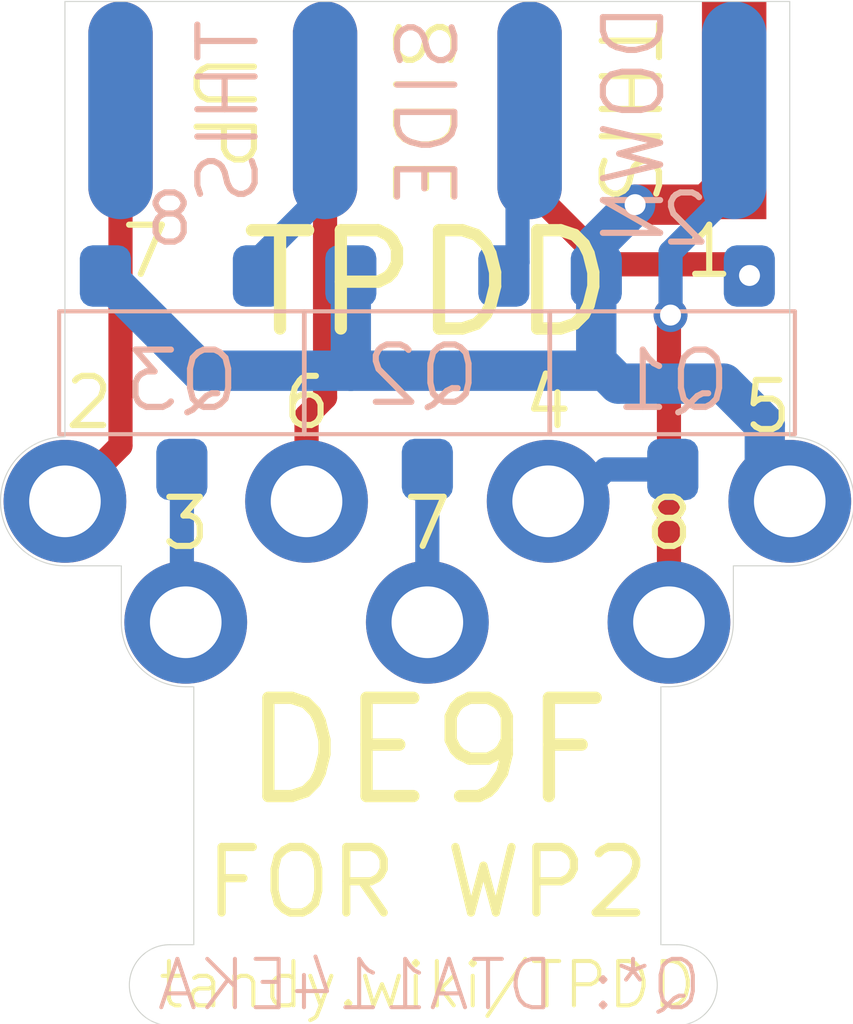
<source format=kicad_pcb>
(kicad_pcb (version 20171130) (host pcbnew 5.1.6-c6e7f7d~87~ubuntu20.04.1)

  (general
    (thickness 1.6)
    (drawings 45)
    (tracks 48)
    (zones 0)
    (modules 5)
    (nets 11)
  )

  (page USLetter)
  (layers
    (0 Top signal)
    (31 Bottom signal)
    (32 B.Adhes user hide)
    (33 F.Adhes user hide)
    (34 B.Paste user hide)
    (35 F.Paste user hide)
    (36 B.SilkS user)
    (37 F.SilkS user)
    (38 B.Mask user)
    (39 F.Mask user)
    (40 Dwgs.User user hide)
    (41 Cmts.User user hide)
    (42 Eco1.User user hide)
    (43 Eco2.User user hide)
    (44 Edge.Cuts user)
    (45 Margin user hide)
    (46 B.CrtYd user hide)
    (47 F.CrtYd user hide)
    (48 B.Fab user hide)
    (49 F.Fab user hide)
  )

  (setup
    (last_trace_width 0.16)
    (user_trace_width 0.2)
    (user_trace_width 0.3)
    (user_trace_width 0.5)
    (trace_clearance 0.16)
    (zone_clearance 0.16)
    (zone_45_only no)
    (trace_min 0.16)
    (via_size 0.42)
    (via_drill 0.26)
    (via_min_size 0.42)
    (via_min_drill 0.26)
    (uvia_size 0.42)
    (uvia_drill 0.26)
    (uvias_allowed no)
    (uvia_min_size 0.42)
    (uvia_min_drill 0.26)
    (edge_width 0.0127)
    (segment_width 0.2032)
    (pcb_text_width 0.1524)
    (pcb_text_size 1.2192 1.2192)
    (mod_edge_width 0.0508)
    (mod_text_size 0.6096 0.6096)
    (mod_text_width 0.0508)
    (pad_size 1.524 1.524)
    (pad_drill 0.889)
    (pad_to_mask_clearance 0)
    (aux_axis_origin 0 0)
    (grid_origin 144.993 83.6295)
    (visible_elements FFFFFF7F)
    (pcbplotparams
      (layerselection 0x010fc_ffffffff)
      (usegerberextensions false)
      (usegerberattributes false)
      (usegerberadvancedattributes false)
      (creategerberjobfile false)
      (excludeedgelayer true)
      (linewidth 0.100000)
      (plotframeref false)
      (viasonmask false)
      (mode 1)
      (useauxorigin false)
      (hpglpennumber 1)
      (hpglpenspeed 20)
      (hpglpendiameter 15.000000)
      (psnegative false)
      (psa4output false)
      (plotreference true)
      (plotvalue true)
      (plotinvisibletext false)
      (padsonsilk false)
      (subtractmaskfromsilk false)
      (outputformat 1)
      (mirror false)
      (drillshape 1)
      (scaleselection 1)
      (outputdirectory ""))
  )

  (net 0 "")
  (net 1 /RTS)
  (net 2 /DTR)
  (net 3 /RX_TTL)
  (net 4 /CTS_TTL)
  (net 5 /DSR_TTL)
  (net 6 /TX)
  (net 7 /CTS)
  (net 8 /DSR)
  (net 9 /SG)
  (net 10 /RX)

  (net_class Default "This is the default net class."
    (clearance 0.16)
    (trace_width 0.16)
    (via_dia 0.42)
    (via_drill 0.26)
    (uvia_dia 0.42)
    (uvia_drill 0.26)
    (diff_pair_width 0.16)
    (diff_pair_gap 0.16)
    (add_net /CTS)
    (add_net /CTS_TTL)
    (add_net /DSR)
    (add_net /DSR_TTL)
    (add_net /DTR)
    (add_net /RTS)
    (add_net /RX)
    (add_net /RX_TTL)
    (add_net /SG)
    (add_net /TX)
  )

  (module 000_LOCAL:2-6-2_tpdd (layer Top) (tedit 5F6AA4E4) (tstamp 5D2D423B)
    (at 148.803 82.2795)
    (path /5F35826E)
    (attr smd)
    (fp_text reference J2 (at -1.27 -0.127 -90 unlocked) (layer F.SilkS) hide
      (effects (font (size 0.6096 0.6096) (thickness 0.0508)))
    )
    (fp_text value TPDD (at -3.81 2.286) (layer F.Fab)
      (effects (font (size 0.4572 0.4572) (thickness 0.00254)))
    )
    (fp_text user 8 (at -7.01 1.35 unlocked) (layer B.SilkS)
      (effects (font (size 0.6096 0.6096) (thickness 0.0762)) (justify mirror))
    )
    (fp_text user 2 (at -0.61 1.35 unlocked) (layer B.SilkS)
      (effects (font (size 0.6096 0.6096) (thickness 0.0762)) (justify mirror))
    )
    (fp_text user 7 (at -7.31 1.75 unlocked) (layer F.SilkS)
      (effects (font (size 0.6096 0.6096) (thickness 0.0762)))
    )
    (fp_text user 1 (at -0.31 1.75 unlocked) (layer F.SilkS)
      (effects (font (size 0.6096 0.6096) (thickness 0.0762)))
    )
    (pad 2 smd oval (at 0 0) (size 0.8 2.7) (layers Bottom B.Mask)
      (net 1 /RTS))
    (pad 4 smd oval (at -2.54 0) (size 0.8 2.7) (layers Bottom B.Mask)
      (net 4 /CTS_TTL))
    (pad 6 smd oval (at -5.08 0) (size 0.8 2.7) (layers Bottom B.Mask)
      (net 3 /RX_TTL))
    (pad 8 smd oval (at -7.62 0) (size 0.8 2.7) (layers Bottom B.Mask))
    (pad 7 smd oval (at -7.62 0) (size 0.8 2.7) (layers Top F.Paste F.Mask)
      (net 6 /TX))
    (pad 5 smd oval (at -5.08 0) (size 0.8 2.7) (layers Top F.Paste F.Mask)
      (net 2 /DTR))
    (pad 3 smd oval (at -2.54 0) (size 0.8 2.7) (layers Top F.Paste F.Mask)
      (net 5 /DSR_TTL))
    (pad 1 smd rect (at 0 0) (size 0.8 2.7) (layers Top F.Paste F.Mask)
      (net 9 /SG))
    (model ${KIPRJMOD}/000_LOCAL.pretty/3dshapes/PinSocket_2x03_P2.54mm_Vertical_2pulled.step
      (offset (xyz -5.08 1.47 2.93))
      (scale (xyz 1 1 1))
      (rotate (xyz 90 180 0))
    )
    (model ${KIPRJMOD}/000_LOCAL.pretty/3dshapes/PinSocket_1x02_P2.54mm_Vertical.step
      (offset (xyz 0 1.47 -2.15))
      (scale (xyz 1 1 1))
      (rotate (xyz 90 0 0))
    )
    (model ${KIPRJMOD}/000_LOCAL.pretty/3dshapes/PinSocket_1x02_P2.54mm_Vertical.step
      (offset (xyz -7.62 1.47 -2.15))
      (scale (xyz 1 1 1))
      (rotate (xyz 90 0 0))
    )
  )

  (module 000_LOCAL:SC-59 (layer Bottom) (tedit 5F2C749B) (tstamp 5D2D4324)
    (at 141.945 85.5345 270)
    (descr "SC-59, https://lib.chipdip.ru/images/import_diod/original/SOT-23_SC-59.jpg")
    (tags SC-59)
    (path /5F2E424E)
    (attr smd)
    (fp_text reference Q3 (at -0.3175 0.762 unlocked) (layer B.SilkS)
      (effects (font (size 0.7112 0.7112) (thickness 0.0762)) (justify right top mirror))
    )
    (fp_text value DTA114EKA (at -1.905 -3.175 90) (layer B.Fab) hide
      (effects (font (size 1.2065 1.2065) (thickness 0.1016)) (justify right top mirror))
    )
    (fp_line (start 0.762 1.524) (end 0.762 -1.516) (layer B.SilkS) (width 0.0508))
    (fp_line (start -0.762 1.524) (end -0.762 -1.516) (layer B.SilkS) (width 0.0508))
    (fp_line (start -0.762 1.524) (end 0.762 1.524) (layer B.SilkS) (width 0.0508))
    (fp_line (start -0.762 -1.516) (end 0.762 -1.516) (layer B.SilkS) (width 0.0508))
    (fp_text user %R (at 0 0) (layer B.Fab) hide
      (effects (font (size 0.5 0.5) (thickness 0.075)) (justify mirror))
    )
    (pad 1 smd roundrect (at -1.2 0.95 270) (size 0.762 0.635) (layers Bottom B.Paste B.Mask) (roundrect_rratio 0.25)
      (net 9 /SG))
    (pad 2 smd roundrect (at -1.2 -0.95 270) (size 0.762 0.635) (layers Bottom B.Paste B.Mask) (roundrect_rratio 0.25)
      (net 3 /RX_TTL))
    (pad 3 smd roundrect (at 1.2 0 270) (size 0.762 0.635) (layers Bottom B.Paste B.Mask) (roundrect_rratio 0.25)
      (net 10 /RX))
    (model ${KIPRJMOD}/000_LOCAL.pretty/3dshapes/SC-59.step
      (at (xyz 0 0 0))
      (scale (xyz 1 1 1))
      (rotate (xyz 0 0 0))
    )
  )

  (module 000_LOCAL:SC-59 (layer Bottom) (tedit 5F2C749B) (tstamp 5D2D4366)
    (at 144.993 85.5345 270)
    (descr "SC-59, https://lib.chipdip.ru/images/import_diod/original/SOT-23_SC-59.jpg")
    (tags SC-59)
    (path /5F2E2C8F)
    (attr smd)
    (fp_text reference Q2 (at -0.381 0.8255 unlocked) (layer B.SilkS)
      (effects (font (size 0.7112 0.7112) (thickness 0.0762)) (justify right top mirror))
    )
    (fp_text value DTA114EKA (at -1.905 -3.175 90) (layer B.Fab) hide
      (effects (font (size 1.2065 1.2065) (thickness 0.1016)) (justify right top mirror))
    )
    (fp_line (start 0.762 1.524) (end 0.762 -1.516) (layer B.SilkS) (width 0.0508))
    (fp_line (start -0.762 1.524) (end -0.762 -1.516) (layer B.SilkS) (width 0.0508))
    (fp_line (start -0.762 1.524) (end 0.762 1.524) (layer B.SilkS) (width 0.0508))
    (fp_line (start -0.762 -1.516) (end 0.762 -1.516) (layer B.SilkS) (width 0.0508))
    (fp_text user %R (at 0 0) (layer B.Fab) hide
      (effects (font (size 0.5 0.5) (thickness 0.075)) (justify mirror))
    )
    (pad 1 smd roundrect (at -1.2 0.95 270) (size 0.762 0.635) (layers Bottom B.Paste B.Mask) (roundrect_rratio 0.25)
      (net 9 /SG))
    (pad 2 smd roundrect (at -1.2 -0.95 270) (size 0.762 0.635) (layers Bottom B.Paste B.Mask) (roundrect_rratio 0.25)
      (net 4 /CTS_TTL))
    (pad 3 smd roundrect (at 1.2 0 270) (size 0.762 0.635) (layers Bottom B.Paste B.Mask) (roundrect_rratio 0.25)
      (net 7 /CTS))
    (model ${KIPRJMOD}/000_LOCAL.pretty/3dshapes/SC-59.step
      (at (xyz 0 0 0))
      (scale (xyz 1 1 1))
      (rotate (xyz 0 0 0))
    )
  )

  (module 000_LOCAL:SC-59 (layer Bottom) (tedit 5F2C749B) (tstamp 5D2D4345)
    (at 148.041 85.5345 270)
    (descr "SC-59, https://lib.chipdip.ru/images/import_diod/original/SOT-23_SC-59.jpg")
    (tags SC-59)
    (path /5F2DFF29)
    (attr smd)
    (fp_text reference Q1 (at -0.3175 0.762 unlocked) (layer B.SilkS)
      (effects (font (size 0.7112 0.7112) (thickness 0.0762)) (justify right top mirror))
    )
    (fp_text value DTA114EKA (at -1.905 -3.175 90) (layer B.Fab) hide
      (effects (font (size 1.2065 1.2065) (thickness 0.1016)) (justify right top mirror))
    )
    (fp_line (start 0.762 1.524) (end 0.762 -1.516) (layer B.SilkS) (width 0.0508))
    (fp_line (start -0.762 1.524) (end -0.762 -1.516) (layer B.SilkS) (width 0.0508))
    (fp_line (start -0.762 1.524) (end 0.762 1.524) (layer B.SilkS) (width 0.0508))
    (fp_line (start -0.762 -1.516) (end 0.762 -1.516) (layer B.SilkS) (width 0.0508))
    (fp_text user %R (at 0 0) (layer B.Fab) hide
      (effects (font (size 0.5 0.5) (thickness 0.075)) (justify mirror))
    )
    (pad 1 smd roundrect (at -1.2 0.95 270) (size 0.762 0.635) (layers Bottom B.Paste B.Mask) (roundrect_rratio 0.25)
      (net 9 /SG))
    (pad 2 smd roundrect (at -1.2 -0.95 270) (size 0.762 0.635) (layers Bottom B.Paste B.Mask) (roundrect_rratio 0.25)
      (net 5 /DSR_TTL))
    (pad 3 smd roundrect (at 1.2 0 270) (size 0.762 0.635) (layers Bottom B.Paste B.Mask) (roundrect_rratio 0.25)
      (net 8 /DSR))
    (model ${KIPRJMOD}/000_LOCAL.pretty/3dshapes/SC-59.step
      (at (xyz 0 0 0))
      (scale (xyz 1 1 1))
      (rotate (xyz 0 0 0))
    )
  )

  (module 000_LOCAL:D7_1.5mm_wirepads (layer Top) (tedit 5F2DA0EA) (tstamp 5F2DA235)
    (at 144.993 87.8795)
    (descr "Through hole straight pin header, 1x07, 1.27mm pitch, single row")
    (tags "Through hole pin header THT 1x07 1.27mm single row")
    (path /5F2FF8FD)
    (fp_text reference J1 (at 0 -1.695) (layer F.SilkS) hide
      (effects (font (size 1 1) (thickness 0.15)))
    )
    (fp_text value "Wire Solder Pads" (at 0 9.315 180 unlocked) (layer F.Fab) hide
      (effects (font (size 1 1) (thickness 0.15)))
    )
    (fp_text user %R (at 0 3.81 90) (layer F.Fab) hide
      (effects (font (size 1 1) (thickness 0.15)))
    )
    (pad 6 thru_hole circle (at 3 0.75 270) (size 1.524 1.524) (drill 0.889) (layers *.Cu *.Mask)
      (net 1 /RTS))
    (pad 7 thru_hole circle (at 4.5 -0.75 270) (size 1.524 1.524) (drill 0.889) (layers *.Cu *.Mask)
      (net 9 /SG))
    (pad 4 thru_hole circle (at 0 0.75 270) (size 1.524 1.524) (drill 0.889) (layers *.Cu *.Mask)
      (net 7 /CTS))
    (pad 5 thru_hole circle (at 1.5 -0.75 270) (size 1.524 1.524) (drill 0.889) (layers *.Cu *.Mask)
      (net 8 /DSR))
    (pad 3 thru_hole circle (at -1.5 -0.75 270) (size 1.524 1.524) (drill 0.889) (layers *.Cu *.Mask)
      (net 2 /DTR))
    (pad 2 thru_hole circle (at -3 0.75 270) (size 1.524 1.524) (drill 0.889) (layers *.Cu *.Mask)
      (net 10 /RX))
    (pad 1 thru_hole circle (at -4.5 -0.75 270) (size 1.524 1.524) (drill 0.889) (layers *.Cu *.Mask)
      (net 6 /TX))
    (model ${KISYS3DMOD}/Pin_Headers.3dshapes/Pin_Header_Straight_1x07_Pitch1.27mm.wrl
      (at (xyz 0 0 0))
      (scale (xyz 1 1 1))
      (rotate (xyz 0 0 0))
    )
  )

  (gr_text "FOR WP2" (at 144.993 91.8591) (layer F.SilkS)
    (effects (font (size 0.8128 0.8128) (thickness 0.1016)))
  )
  (gr_arc (start 148.093 93.1295) (end 148.093 93.6295) (angle -180) (layer Edge.Cuts) (width 0.0127) (tstamp 5F2E0819))
  (gr_arc (start 141.793 93.1295) (end 141.793 92.6295) (angle -180) (layer Edge.Cuts) (width 0.0127))
  (gr_line (start 149.493 86.3295) (end 149.493 80.9295) (layer Edge.Cuts) (width 0.0127))
  (gr_line (start 140.493 86.3295) (end 140.493 80.9295) (layer Edge.Cuts) (width 0.0127))
  (gr_line (start 148.793 87.9295) (end 149.493 87.9295) (layer Edge.Cuts) (width 0.0127) (tstamp 5F2DA6D0))
  (gr_line (start 148.793 88.6295) (end 148.793 87.9295) (layer Edge.Cuts) (width 0.0127))
  (gr_line (start 141.193 87.9295) (end 140.493 87.9295) (layer Edge.Cuts) (width 0.0127) (tstamp 5F2DA6CF))
  (gr_line (start 141.193 88.6295) (end 141.193 87.9295) (layer Edge.Cuts) (width 0.0127))
  (gr_line (start 141.993 89.4295) (end 142.093 89.4295) (layer Edge.Cuts) (width 0.0127) (tstamp 5F2DA6CE))
  (gr_line (start 147.993 89.4295) (end 147.893 89.4295) (layer Edge.Cuts) (width 0.0127))
  (gr_arc (start 147.993 88.6295) (end 147.993 89.4295) (angle -90) (layer Edge.Cuts) (width 0.0127))
  (gr_arc (start 141.993 88.6295) (end 141.193 88.6295) (angle -90) (layer Edge.Cuts) (width 0.0127))
  (gr_arc (start 140.493 87.1295) (end 140.493 86.3295) (angle -180) (layer Edge.Cuts) (width 0.0127) (tstamp 5F2DA6B9))
  (gr_arc (start 149.493 87.1295) (end 149.493 87.9295) (angle -180) (layer Edge.Cuts) (width 0.0127))
  (gr_line (start 147.893 92.6295) (end 147.893 89.4295) (layer Edge.Cuts) (width 0.0127))
  (gr_line (start 142.093 92.6295) (end 142.093 89.4295) (layer Edge.Cuts) (width 0.0127))
  (gr_line (start 142.093 92.6295) (end 141.793 92.6295) (layer Edge.Cuts) (width 0.0127) (tstamp 5F2CC4FC))
  (gr_line (start 147.893 92.6295) (end 148.093 92.6295) (layer Edge.Cuts) (width 0.0127))
  (gr_line (start 140.493 80.9295) (end 149.493 80.9295) (layer Edge.Cuts) (width 0.0127) (tstamp 5F2C9BC3))
  (gr_line (start 141.793 93.6295) (end 148.093 93.6295) (layer Edge.Cuts) (width 0.0127) (tstamp 5F2C9B54))
  (gr_text tandy.wiki/TPDD (at 144.993 93.1295) (layer F.SilkS) (tstamp 5D2D595B)
    (effects (font (size 0.55 0.55) (thickness 0.05)))
  )
  (gr_text THIS (at 147.483 82.296 -90) (layer F.SilkS) (tstamp 5D2D57B0)
    (effects (font (size 0.7112 0.7112) (thickness 0.0762)))
  )
  (gr_text SIDE (at 144.9295 82.296 -90) (layer F.SilkS) (tstamp 5D2D578D)
    (effects (font (size 0.7112 0.7112) (thickness 0.0762)))
  )
  (gr_line (start 142.093 89.8295) (end 147.893 89.8295) (layer Dwgs.User) (width 0.0127) (tstamp 5F2C98E9))
  (gr_circle (center 144.993 83.6295) (end 140.04 80.9625) (layer Dwgs.User) (width 0.0127))
  (gr_line (start 140.675 83.6295) (end 149.311 83.6295) (layer Dwgs.User) (width 0.0127) (tstamp 5D2D4C4A))
  (gr_line (start 144.993 82.296) (end 144.993 93.1545) (layer Dwgs.User) (width 0.0127))
  (gr_line (start 144.993 82.296) (end 144.993 80.9625) (layer Dwgs.User) (width 0.0127))
  (gr_line (start 140.675 80.9625) (end 149.311 83.6295) (layer Dwgs.User) (width 0.0127))
  (gr_line (start 140.675 83.6295) (end 149.311 80.9625) (layer Dwgs.User) (width 0.0127) (tstamp 5D2D4495))
  (gr_text UP (at 142.453 82.296 -90) (layer F.SilkS) (tstamp 5D2D5758)
    (effects (font (size 0.7112 0.7112) (thickness 0.0762)))
  )
  (gr_text THIS (at 142.523 82.2995 -270) (layer B.SilkS) (tstamp 5D2D42B4)
    (effects (font (size 0.7112 0.7112) (thickness 0.0762)) (justify mirror))
  )
  (gr_text SIDE (at 145.003 82.2995 -270) (layer B.SilkS) (tstamp 5D2D42B1)
    (effects (font (size 0.7112 0.7112) (thickness 0.0762)) (justify mirror))
  )
  (gr_text "Q*: DTA114EKA" (at 145.018 93.1295) (layer B.SilkS) (tstamp 5D2D42AE)
    (effects (font (size 0.6 0.6) (thickness 0.05)) (justify mirror))
  )
  (gr_text DE9F (at 144.993 90.2295) (layer F.SilkS) (tstamp 5D2D514A)
    (effects (font (size 1.2192 1.2192) (thickness 0.1524)))
  )
  (gr_text DOWN (at 147.5584 82.4611 -270) (layer B.SilkS) (tstamp 5D2D42A5)
    (effects (font (size 0.7112 0.7112) (thickness 0.0762)) (justify mirror))
  )
  (gr_text 8 (at 147.993 87.4045) (layer F.SilkS) (tstamp 5D2D42A2)
    (effects (font (size 0.6096 0.6096) (thickness 0.0762)))
  )
  (gr_text 7 (at 144.993 87.4045) (layer F.SilkS) (tstamp 5D2D429F)
    (effects (font (size 0.6096 0.6096) (thickness 0.0762)))
  )
  (gr_text 3 (at 141.993 87.4045) (layer F.SilkS) (tstamp 5F30FA3E)
    (effects (font (size 0.6096 0.6096) (thickness 0.0762)))
  )
  (gr_text 2 (at 140.793 85.9045) (layer F.SilkS) (tstamp 5D2D4299)
    (effects (font (size 0.6096 0.6096) (thickness 0.0762)))
  )
  (gr_text 6 (at 143.493 85.9045) (layer F.SilkS) (tstamp 5F30FA51)
    (effects (font (size 0.6096 0.6096) (thickness 0.0762)))
  )
  (gr_text 4 (at 146.493 85.9045) (layer F.SilkS) (tstamp 5D2D4263)
    (effects (font (size 0.6096 0.6096) (thickness 0.0762)))
  )
  (gr_text 5 (at 149.218 85.9545) (layer F.SilkS) (tstamp 5D2D4260)
    (effects (font (size 0.6096 0.6096) (thickness 0.0762)))
  )
  (gr_text TPDD (at 144.993 84.4295) (layer F.SilkS) (tstamp 5D2D425D)
    (effects (font (size 1.2192 1.2192) (thickness 0.1524)))
  )

  (via (at 148.013 84.8195) (size 0.42) (drill 0.26) (layers Top Bottom) (net 1))
  (segment (start 148.803 83.2495) (end 148.803 82.296) (width 0.3) (layer Bottom) (net 1))
  (segment (start 148.013 84.0395) (end 148.803 83.2495) (width 0.3) (layer Bottom) (net 1))
  (segment (start 148.013 84.8195) (end 148.013 84.0395) (width 0.3) (layer Bottom) (net 1))
  (segment (start 147.9775 84.855) (end 148.013 84.8195) (width 0.3) (layer Top) (net 1))
  (segment (start 147.993 84.8395) (end 148.013 84.8195) (width 0.3) (layer Top) (net 1))
  (segment (start 147.993 88.6295) (end 147.993 84.8395) (width 0.3) (layer Top) (net 1))
  (segment (start 143.493 86.0715) (end 143.493 87.1295) (width 0.3) (layer Top) (net 2))
  (segment (start 143.723 85.8415) (end 143.493 86.0715) (width 0.3) (layer Top) (net 2))
  (segment (start 143.723 82.296) (end 143.723 85.8415) (width 0.3) (layer Top) (net 2))
  (segment (start 143.723 83.2995) (end 143.723 82.296) (width 0.3) (layer Bottom) (net 3))
  (segment (start 142.895 84.1275) (end 143.723 83.2995) (width 0.3) (layer Bottom) (net 3))
  (segment (start 142.895 84.3345) (end 142.895 84.1275) (width 0.3) (layer Bottom) (net 3))
  (segment (start 146.113 84.1645) (end 145.943 84.3345) (width 0.3) (layer Bottom) (net 4))
  (segment (start 146.113 82.4295) (end 146.113 84.1645) (width 0.3) (layer Bottom) (net 4))
  (segment (start 146.263 82.2795) (end 146.113 82.4295) (width 0.3) (layer Bottom) (net 4))
  (via (at 148.9935 84.328) (size 0.42) (drill 0.26) (layers Top Bottom) (net 5))
  (segment (start 146.263 83.1245) (end 146.263 82.296) (width 0.2032) (layer Top) (net 5))
  (segment (start 146.263 83.2395) (end 146.263 83.1245) (width 0.3) (layer Top) (net 5))
  (segment (start 147.213 84.1895) (end 146.263 83.2395) (width 0.3) (layer Top) (net 5))
  (segment (start 148.855 84.1895) (end 147.213 84.1895) (width 0.3) (layer Top) (net 5))
  (segment (start 148.9935 84.328) (end 148.855 84.1895) (width 0.3) (layer Top) (net 5))
  (segment (start 141.183 86.4395) (end 140.493 87.1295) (width 0.3) (layer Top) (net 6))
  (segment (start 141.183 82.296) (end 141.183 86.4395) (width 0.3) (layer Top) (net 6))
  (segment (start 144.993 88.3285) (end 144.993 88.3285) (width 0.3) (layer Bottom) (net 7) (tstamp 5F2DA1CC))
  (segment (start 144.993 86.7345) (end 144.993 88.6295) (width 0.3) (layer Bottom) (net 7))
  (segment (start 146.813 87.1295) (end 146.493 87.1295) (width 0.3) (layer Bottom) (net 8))
  (segment (start 147.208 86.7345) (end 146.813 87.1295) (width 0.3) (layer Bottom) (net 8))
  (segment (start 148.041 86.7345) (end 147.208 86.7345) (width 0.3) (layer Bottom) (net 8))
  (segment (start 144.043 84.3345) (end 144.043 85.5095) (width 0.5) (layer Bottom) (net 9))
  (segment (start 148.463 83.4495) (end 148.803 83.1095) (width 0.5) (layer Top) (net 9))
  (segment (start 147.091 83.9315) (end 147.091 84.3345) (width 0.5) (layer Bottom) (net 9))
  (segment (start 148.803 83.1095) (end 148.803 82.296) (width 0.5) (layer Top) (net 9))
  (segment (start 147.573 83.4495) (end 148.463 83.4495) (width 0.5) (layer Top) (net 9))
  (segment (start 147.573 83.4495) (end 147.091 83.9315) (width 0.5) (layer Bottom) (net 9))
  (via (at 147.573 83.4495) (size 0.42) (drill 0.26) (layers Top Bottom) (net 9))
  (segment (start 142.17 85.5095) (end 144.043 85.5095) (width 0.5) (layer Bottom) (net 9))
  (segment (start 140.995 84.3345) (end 142.17 85.5095) (width 0.5) (layer Bottom) (net 9))
  (segment (start 147.091 84.3345) (end 147.091 85.5075) (width 0.5) (layer Bottom) (net 9))
  (segment (start 144.043 85.5095) (end 147.093 85.5095) (width 0.5) (layer Bottom) (net 9))
  (segment (start 149.183 86.8195) (end 149.493 87.1295) (width 0.5) (layer Bottom) (net 9))
  (segment (start 149.183 86.1795) (end 149.183 86.8195) (width 0.5) (layer Bottom) (net 9))
  (segment (start 148.673 85.6695) (end 149.183 86.1795) (width 0.5) (layer Bottom) (net 9))
  (segment (start 147.363 85.6695) (end 148.673 85.6695) (width 0.5) (layer Bottom) (net 9))
  (segment (start 147.091 85.3975) (end 147.363 85.6695) (width 0.5) (layer Bottom) (net 9))
  (segment (start 147.091 84.3345) (end 147.091 85.3975) (width 0.5) (layer Bottom) (net 9))
  (segment (start 141.945 88.5815) (end 141.993 88.6295) (width 0.3) (layer Bottom) (net 10))
  (segment (start 141.945 86.7345) (end 141.945 88.5815) (width 0.3) (layer Bottom) (net 10))

)

</source>
